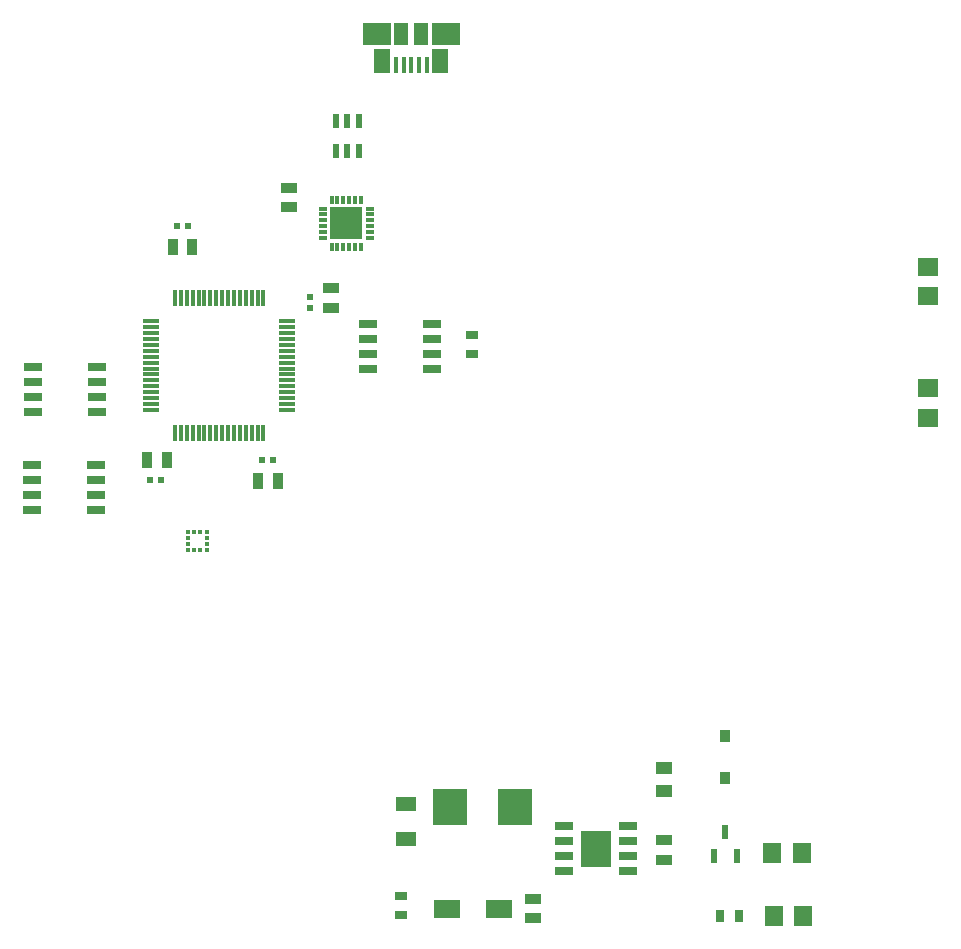
<source format=gtp>
G04*
G04 #@! TF.GenerationSoftware,Altium Limited,Altium Designer,19.1.5 (86)*
G04*
G04 Layer_Color=8421504*
%FSLAX25Y25*%
%MOIN*%
G70*
G01*
G75*
%ADD17R,0.06890X0.06299*%
%ADD18R,0.05472X0.03583*%
%ADD19R,0.02362X0.02441*%
%ADD20R,0.03701X0.05630*%
%ADD21R,0.05630X0.03701*%
%ADD22R,0.02441X0.02362*%
%ADD23R,0.02362X0.04724*%
%ADD24R,0.01772X0.05433*%
%ADD25R,0.05807X0.08268*%
%ADD26R,0.04626X0.07480*%
%ADD27R,0.09350X0.07480*%
%ADD28R,0.01575X0.01575*%
%ADD29R,0.02362X0.04921*%
%ADD30R,0.06299X0.06890*%
%ADD31R,0.05709X0.03937*%
%ADD32R,0.06004X0.02559*%
%ADD33R,0.10236X0.12205*%
%ADD34R,0.11221X0.12205*%
%ADD35R,0.05787X0.03819*%
%ADD36R,0.03347X0.04134*%
%ADD37R,0.09055X0.06299*%
%ADD38R,0.03150X0.03937*%
%ADD39R,0.03937X0.03150*%
%ADD40R,0.07087X0.04724*%
%ADD41R,0.05807X0.01181*%
%ADD42R,0.01181X0.05807*%
%ADD43R,0.01181X0.03150*%
%ADD44R,0.03150X0.01181*%
%ADD45R,0.11024X0.11024*%
D17*
X379500Y223921D02*
D03*
Y214079D02*
D03*
Y183516D02*
D03*
Y173673D02*
D03*
D18*
X166380Y250228D02*
D03*
Y243772D02*
D03*
D19*
X120189Y153000D02*
D03*
X123811D02*
D03*
X157689Y159500D02*
D03*
X161311D02*
D03*
X132811Y237500D02*
D03*
X129189D02*
D03*
D20*
X119272Y159500D02*
D03*
X125728D02*
D03*
X156272Y152500D02*
D03*
X162728D02*
D03*
X134228Y230500D02*
D03*
X127772D02*
D03*
D21*
X180500Y210272D02*
D03*
Y216728D02*
D03*
X248000Y13228D02*
D03*
Y6772D02*
D03*
D22*
X173500Y210189D02*
D03*
Y213811D02*
D03*
D23*
X189740Y272421D02*
D03*
X186000D02*
D03*
X182260D02*
D03*
Y262579D02*
D03*
X186000D02*
D03*
X189740D02*
D03*
D24*
X212368Y291028D02*
D03*
X209809D02*
D03*
X207250D02*
D03*
X204691D02*
D03*
X202132D02*
D03*
D25*
X197594Y292445D02*
D03*
X216905D02*
D03*
D26*
X210547Y301500D02*
D03*
X203953D02*
D03*
D27*
X218717D02*
D03*
X195783D02*
D03*
D28*
X139150Y129547D02*
D03*
Y131516D02*
D03*
Y133484D02*
D03*
Y135453D02*
D03*
X136984D02*
D03*
X135016D02*
D03*
X132850D02*
D03*
Y133484D02*
D03*
Y131516D02*
D03*
Y129547D02*
D03*
X135016D02*
D03*
X136984D02*
D03*
D29*
X308260Y27366D02*
D03*
X315740D02*
D03*
X312000Y35634D02*
D03*
D30*
X337421Y28500D02*
D03*
X327579D02*
D03*
X337921Y7500D02*
D03*
X328079D02*
D03*
D31*
X291500Y49260D02*
D03*
Y56740D02*
D03*
D32*
X258323Y37500D02*
D03*
Y32500D02*
D03*
Y27500D02*
D03*
Y22500D02*
D03*
X279677D02*
D03*
Y27500D02*
D03*
Y32500D02*
D03*
Y37500D02*
D03*
X81323Y190500D02*
D03*
Y185500D02*
D03*
Y180500D02*
D03*
Y175500D02*
D03*
X102677D02*
D03*
Y180500D02*
D03*
Y185500D02*
D03*
Y190500D02*
D03*
X80823Y158000D02*
D03*
Y153000D02*
D03*
Y148000D02*
D03*
Y143000D02*
D03*
X102177D02*
D03*
Y148000D02*
D03*
Y153000D02*
D03*
Y158000D02*
D03*
X192823Y205000D02*
D03*
Y200000D02*
D03*
Y195000D02*
D03*
Y190000D02*
D03*
X214177D02*
D03*
Y195000D02*
D03*
Y200000D02*
D03*
Y205000D02*
D03*
D33*
X269000Y30000D02*
D03*
D34*
X220173Y44000D02*
D03*
X241827D02*
D03*
D35*
X291500Y32768D02*
D03*
Y26232D02*
D03*
D36*
X312000Y53413D02*
D03*
Y67587D02*
D03*
D37*
X236500Y10000D02*
D03*
X219177D02*
D03*
D38*
X316650Y7500D02*
D03*
X310350D02*
D03*
D39*
X204000Y7850D02*
D03*
Y14150D02*
D03*
X227500Y194850D02*
D03*
Y201150D02*
D03*
D40*
X205500Y44905D02*
D03*
Y33094D02*
D03*
D41*
X120659Y205764D02*
D03*
Y203795D02*
D03*
Y201827D02*
D03*
Y199858D02*
D03*
Y197890D02*
D03*
Y195921D02*
D03*
Y193953D02*
D03*
Y191984D02*
D03*
Y190016D02*
D03*
Y188047D02*
D03*
Y186079D02*
D03*
Y184110D02*
D03*
Y182142D02*
D03*
Y180173D02*
D03*
Y178205D02*
D03*
Y176236D02*
D03*
X165841D02*
D03*
Y178205D02*
D03*
Y180173D02*
D03*
Y182142D02*
D03*
Y184110D02*
D03*
Y186079D02*
D03*
Y188047D02*
D03*
Y190016D02*
D03*
Y191984D02*
D03*
Y193953D02*
D03*
Y195921D02*
D03*
Y197890D02*
D03*
Y199858D02*
D03*
Y201827D02*
D03*
Y203795D02*
D03*
Y205764D02*
D03*
D42*
X128486Y168409D02*
D03*
X130455D02*
D03*
X132423D02*
D03*
X134392D02*
D03*
X136360D02*
D03*
X138329D02*
D03*
X140297D02*
D03*
X142266D02*
D03*
X144234D02*
D03*
X146203D02*
D03*
X148171D02*
D03*
X150140D02*
D03*
X152108D02*
D03*
X154077D02*
D03*
X156045D02*
D03*
X158014D02*
D03*
Y213591D02*
D03*
X156045D02*
D03*
X154077D02*
D03*
X152108D02*
D03*
X150140D02*
D03*
X148171D02*
D03*
X146203D02*
D03*
X144234D02*
D03*
X142266D02*
D03*
X140297D02*
D03*
X138329D02*
D03*
X136360D02*
D03*
X134392D02*
D03*
X132423D02*
D03*
X130455D02*
D03*
X128486D02*
D03*
D43*
X190547Y246295D02*
D03*
X188579D02*
D03*
X186610D02*
D03*
X184642D02*
D03*
X182673D02*
D03*
X180705D02*
D03*
Y230547D02*
D03*
X182673D02*
D03*
X184642D02*
D03*
X186610D02*
D03*
X188579D02*
D03*
X190547D02*
D03*
D44*
X177752Y243342D02*
D03*
Y241374D02*
D03*
Y239405D02*
D03*
Y237437D02*
D03*
Y235469D02*
D03*
Y233500D02*
D03*
X193500D02*
D03*
Y235469D02*
D03*
Y237437D02*
D03*
Y239405D02*
D03*
Y241374D02*
D03*
Y243342D02*
D03*
D45*
X185626Y238421D02*
D03*
M02*

</source>
